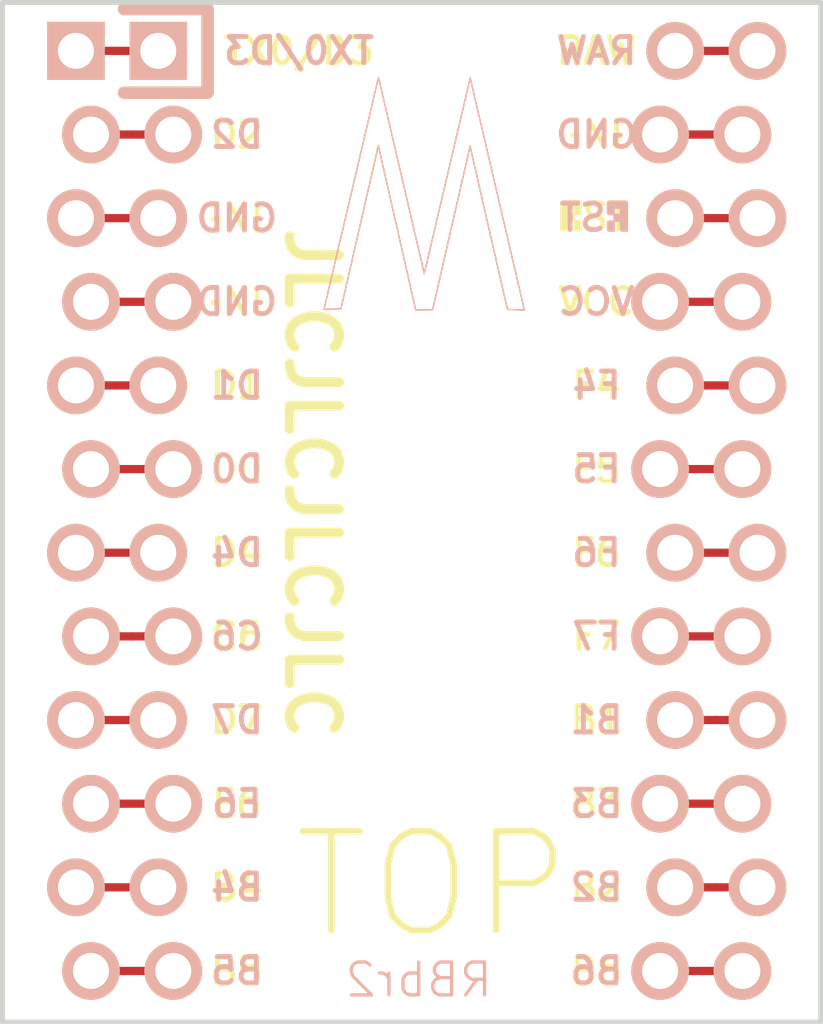
<source format=kicad_pcb>
(kicad_pcb (version 20171130) (host pcbnew 5.1.4+dfsg1-1~bpo10+1)

  (general
    (thickness 1.6)
    (drawings 22)
    (tracks 35)
    (zones 0)
    (modules 2)
    (nets 25)
  )

  (page A4)
  (layers
    (0 F.Cu signal)
    (31 B.Cu signal)
    (32 B.Adhes user)
    (33 F.Adhes user)
    (34 B.Paste user)
    (35 F.Paste user)
    (36 B.SilkS user)
    (37 F.SilkS user)
    (38 B.Mask user)
    (39 F.Mask user)
    (40 Dwgs.User user)
    (41 Cmts.User user)
    (42 Eco1.User user)
    (43 Eco2.User user)
    (44 Edge.Cuts user)
    (45 Margin user)
    (46 B.CrtYd user)
    (47 F.CrtYd user)
    (48 B.Fab user)
    (49 F.Fab user)
  )

  (setup
    (last_trace_width 0.25)
    (trace_clearance 0.2)
    (zone_clearance 0.508)
    (zone_45_only no)
    (trace_min 0.2)
    (via_size 0.8)
    (via_drill 0.4)
    (via_min_size 0.4)
    (via_min_drill 0.3)
    (uvia_size 0.3)
    (uvia_drill 0.1)
    (uvias_allowed no)
    (uvia_min_size 0.2)
    (uvia_min_drill 0.1)
    (edge_width 0.1)
    (segment_width 0.2)
    (pcb_text_width 0.3)
    (pcb_text_size 1.5 1.5)
    (mod_edge_width 0.15)
    (mod_text_size 1 1)
    (mod_text_width 0.15)
    (pad_size 1.524 1.524)
    (pad_drill 0.762)
    (pad_to_mask_clearance 0)
    (aux_axis_origin 0 0)
    (visible_elements 7FFFFFFF)
    (pcbplotparams
      (layerselection 0x010f0_ffffffff)
      (usegerberextensions false)
      (usegerberattributes false)
      (usegerberadvancedattributes false)
      (creategerberjobfile false)
      (excludeedgelayer true)
      (linewidth 0.100000)
      (plotframeref false)
      (viasonmask false)
      (mode 1)
      (useauxorigin false)
      (hpglpennumber 1)
      (hpglpenspeed 20)
      (hpglpendiameter 15.000000)
      (psnegative false)
      (psa4output false)
      (plotreference true)
      (plotvalue true)
      (plotinvisibletext false)
      (padsonsilk false)
      (subtractmaskfromsilk false)
      (outputformat 1)
      (mirror false)
      (drillshape 0)
      (scaleselection 1)
      (outputdirectory "../../gerbers/"))
  )

  (net 0 "")
  (net 1 "Net-(U1-Pad24)")
  (net 2 "Net-(U1-Pad12)")
  (net 3 "Net-(U1-Pad23)")
  (net 4 "Net-(U1-Pad22)")
  (net 5 "Net-(U1-Pad21)")
  (net 6 "Net-(U1-Pad20)")
  (net 7 "Net-(U1-Pad19)")
  (net 8 "Net-(U1-Pad18)")
  (net 9 "Net-(U1-Pad17)")
  (net 10 "Net-(U1-Pad16)")
  (net 11 "Net-(U1-Pad15)")
  (net 12 "Net-(U1-Pad14)")
  (net 13 "Net-(U1-Pad13)")
  (net 14 "Net-(U1-Pad11)")
  (net 15 "Net-(U1-Pad10)")
  (net 16 "Net-(U1-Pad9)")
  (net 17 "Net-(U1-Pad8)")
  (net 18 "Net-(U1-Pad7)")
  (net 19 "Net-(U1-Pad6)")
  (net 20 "Net-(U1-Pad5)")
  (net 21 "Net-(U1-Pad4)")
  (net 22 "Net-(U1-Pad3)")
  (net 23 "Net-(U1-Pad2)")
  (net 24 "Net-(U1-Pad1)")

  (net_class Default "This is the default net class."
    (clearance 0.2)
    (trace_width 0.25)
    (via_dia 0.8)
    (via_drill 0.4)
    (uvia_dia 0.3)
    (uvia_drill 0.1)
    (add_net "Net-(U1-Pad1)")
    (add_net "Net-(U1-Pad10)")
    (add_net "Net-(U1-Pad11)")
    (add_net "Net-(U1-Pad12)")
    (add_net "Net-(U1-Pad13)")
    (add_net "Net-(U1-Pad14)")
    (add_net "Net-(U1-Pad15)")
    (add_net "Net-(U1-Pad16)")
    (add_net "Net-(U1-Pad17)")
    (add_net "Net-(U1-Pad18)")
    (add_net "Net-(U1-Pad19)")
    (add_net "Net-(U1-Pad2)")
    (add_net "Net-(U1-Pad20)")
    (add_net "Net-(U1-Pad21)")
    (add_net "Net-(U1-Pad22)")
    (add_net "Net-(U1-Pad23)")
    (add_net "Net-(U1-Pad24)")
    (add_net "Net-(U1-Pad3)")
    (add_net "Net-(U1-Pad4)")
    (add_net "Net-(U1-Pad5)")
    (add_net "Net-(U1-Pad6)")
    (add_net "Net-(U1-Pad7)")
    (add_net "Net-(U1-Pad8)")
    (add_net "Net-(U1-Pad9)")
  )

  (module Keebio-Parts:ArduinoProMicro-Mini-USB-ZigZag (layer F.Cu) (tedit 5EADCE30) (tstamp 5EADD8E0)
    (at 89.68 68.3 270)
    (path /5E9394F7)
    (fp_text reference U2 (at 0 1.125 90) (layer F.SilkS) hide
      (effects (font (size 1.27 1.524) (thickness 0.2032)))
    )
    (fp_text value ProMicro (at 0 -1 90) (layer F.SilkS) hide
      (effects (font (size 1.27 1.524) (thickness 0.2032)))
    )
    (pad 24 thru_hole circle (at -13.97 -10.3486 270) (size 1.7526 1.7526) (drill 1.0922) (layers *.Cu *.SilkS *.Mask)
      (net 1 "Net-(U1-Pad24)"))
    (pad 12 thru_hole circle (at 13.97 9.8914 270) (size 1.7526 1.7526) (drill 1.0922) (layers *.Cu *.SilkS *.Mask)
      (net 2 "Net-(U1-Pad12)"))
    (pad 23 thru_hole circle (at -11.43 -9.8914 270) (size 1.7526 1.7526) (drill 1.0922) (layers *.Cu *.SilkS *.Mask)
      (net 3 "Net-(U1-Pad23)"))
    (pad 22 thru_hole circle (at -8.89 -10.3486 270) (size 1.7526 1.7526) (drill 1.0922) (layers *.Cu *.SilkS *.Mask)
      (net 4 "Net-(U1-Pad22)"))
    (pad 21 thru_hole circle (at -6.35 -9.8914 270) (size 1.7526 1.7526) (drill 1.0922) (layers *.Cu *.SilkS *.Mask)
      (net 5 "Net-(U1-Pad21)"))
    (pad 20 thru_hole circle (at -3.81 -10.3486 270) (size 1.7526 1.7526) (drill 1.0922) (layers *.Cu *.SilkS *.Mask)
      (net 6 "Net-(U1-Pad20)"))
    (pad 19 thru_hole circle (at -1.27 -9.8914 270) (size 1.7526 1.7526) (drill 1.0922) (layers *.Cu *.SilkS *.Mask)
      (net 7 "Net-(U1-Pad19)"))
    (pad 18 thru_hole circle (at 1.27 -10.3486 270) (size 1.7526 1.7526) (drill 1.0922) (layers *.Cu *.SilkS *.Mask)
      (net 8 "Net-(U1-Pad18)"))
    (pad 17 thru_hole circle (at 3.81 -9.8914 270) (size 1.7526 1.7526) (drill 1.0922) (layers *.Cu *.SilkS *.Mask)
      (net 9 "Net-(U1-Pad17)"))
    (pad 16 thru_hole circle (at 6.35 -10.3486 270) (size 1.7526 1.7526) (drill 1.0922) (layers *.Cu *.SilkS *.Mask)
      (net 10 "Net-(U1-Pad16)"))
    (pad 15 thru_hole circle (at 8.89 -9.8914 270) (size 1.7526 1.7526) (drill 1.0922) (layers *.Cu *.SilkS *.Mask)
      (net 11 "Net-(U1-Pad15)"))
    (pad 14 thru_hole circle (at 11.43 -10.3486 270) (size 1.7526 1.7526) (drill 1.0922) (layers *.Cu *.SilkS *.Mask)
      (net 12 "Net-(U1-Pad14)"))
    (pad 13 thru_hole circle (at 13.97 -9.8914 270) (size 1.7526 1.7526) (drill 1.0922) (layers *.Cu *.SilkS *.Mask)
      (net 13 "Net-(U1-Pad13)"))
    (pad 11 thru_hole circle (at 11.43 10.3486 270) (size 1.7526 1.7526) (drill 1.0922) (layers *.Cu *.SilkS *.Mask)
      (net 14 "Net-(U1-Pad11)"))
    (pad 10 thru_hole circle (at 8.89 9.8914 270) (size 1.7526 1.7526) (drill 1.0922) (layers *.Cu *.SilkS *.Mask)
      (net 15 "Net-(U1-Pad10)"))
    (pad 9 thru_hole circle (at 6.35 10.3486 270) (size 1.7526 1.7526) (drill 1.0922) (layers *.Cu *.SilkS *.Mask)
      (net 16 "Net-(U1-Pad9)"))
    (pad 8 thru_hole circle (at 3.81 9.8914 270) (size 1.7526 1.7526) (drill 1.0922) (layers *.Cu *.SilkS *.Mask)
      (net 17 "Net-(U1-Pad8)"))
    (pad 7 thru_hole circle (at 1.27 10.3486 270) (size 1.7526 1.7526) (drill 1.0922) (layers *.Cu *.SilkS *.Mask)
      (net 18 "Net-(U1-Pad7)"))
    (pad 6 thru_hole circle (at -1.27 9.8914 270) (size 1.7526 1.7526) (drill 1.0922) (layers *.Cu *.SilkS *.Mask)
      (net 19 "Net-(U1-Pad6)"))
    (pad 5 thru_hole circle (at -3.81 10.3486 270) (size 1.7526 1.7526) (drill 1.0922) (layers *.Cu *.SilkS *.Mask)
      (net 20 "Net-(U1-Pad5)"))
    (pad 4 thru_hole circle (at -6.35 9.8914 270) (size 1.7526 1.7526) (drill 1.0922) (layers *.Cu *.SilkS *.Mask)
      (net 21 "Net-(U1-Pad4)"))
    (pad 3 thru_hole circle (at -8.89 10.3486 270) (size 1.7526 1.7526) (drill 1.0922) (layers *.Cu *.SilkS *.Mask)
      (net 22 "Net-(U1-Pad3)"))
    (pad 2 thru_hole circle (at -11.43 9.8914 270) (size 1.7526 1.7526) (drill 1.0922) (layers *.Cu *.SilkS *.Mask)
      (net 23 "Net-(U1-Pad2)"))
    (pad 1 thru_hole rect (at -13.97 10.3486 270) (size 1.7526 1.7526) (drill 1.0922) (layers *.Cu *.SilkS *.Mask)
      (net 24 "Net-(U1-Pad1)"))
  )

  (module Keebio-Parts:ArduinoProMicro-ZigZag (layer F.Cu) (tedit 5EADCDDF) (tstamp 5EAE4D75)
    (at 89.68 68.3 270)
    (path /5E939961)
    (fp_text reference U1 (at 0 1.625 270) (layer F.SilkS) hide
      (effects (font (size 1 1) (thickness 0.2)))
    )
    (fp_text value ProMicro (at 0 0 270) (layer F.SilkS) hide
      (effects (font (size 1 1) (thickness 0.2)))
    )
    (fp_line (start -15.24 6.35) (end -15.24 8.89) (layer F.SilkS) (width 0.381))
    (fp_line (start -15.24 6.35) (end -15.24 8.89) (layer B.SilkS) (width 0.381))
    (fp_poly (pts (xy -9.35097 -5.844635) (xy -9.25097 -5.844635) (xy -9.25097 -6.344635) (xy -9.35097 -6.344635)) (layer B.SilkS) (width 0.15))
    (fp_poly (pts (xy -9.35097 -5.844635) (xy -9.05097 -5.844635) (xy -9.05097 -5.944635) (xy -9.35097 -5.944635)) (layer B.SilkS) (width 0.15))
    (fp_poly (pts (xy -8.75097 -5.844635) (xy -8.55097 -5.844635) (xy -8.55097 -5.944635) (xy -8.75097 -5.944635)) (layer B.SilkS) (width 0.15))
    (fp_poly (pts (xy -9.35097 -6.244635) (xy -8.55097 -6.244635) (xy -8.55097 -6.344635) (xy -9.35097 -6.344635)) (layer B.SilkS) (width 0.15))
    (fp_poly (pts (xy -8.95097 -6.044635) (xy -8.85097 -6.044635) (xy -8.85097 -6.144635) (xy -8.95097 -6.144635)) (layer B.SilkS) (width 0.15))
    (fp_text user ST (at -8.91 -5.04) (layer B.SilkS)
      (effects (font (size 0.8 0.8) (thickness 0.15)) (justify mirror))
    )
    (fp_poly (pts (xy -8.76064 -4.931568) (xy -8.56064 -4.931568) (xy -8.56064 -4.831568) (xy -8.76064 -4.831568)) (layer F.SilkS) (width 0.15))
    (fp_poly (pts (xy -9.36064 -4.531568) (xy -8.56064 -4.531568) (xy -8.56064 -4.431568) (xy -9.36064 -4.431568)) (layer F.SilkS) (width 0.15))
    (fp_poly (pts (xy -9.36064 -4.931568) (xy -9.26064 -4.931568) (xy -9.26064 -4.431568) (xy -9.36064 -4.431568)) (layer F.SilkS) (width 0.15))
    (fp_poly (pts (xy -8.96064 -4.731568) (xy -8.86064 -4.731568) (xy -8.86064 -4.631568) (xy -8.96064 -4.631568)) (layer F.SilkS) (width 0.15))
    (fp_poly (pts (xy -9.36064 -4.931568) (xy -9.06064 -4.931568) (xy -9.06064 -4.831568) (xy -9.36064 -4.831568)) (layer F.SilkS) (width 0.15))
    (fp_line (start -12.7 6.35) (end -12.7 8.89) (layer F.SilkS) (width 0.381))
    (fp_line (start -15.24 6.35) (end -12.7 6.35) (layer F.SilkS) (width 0.381))
    (fp_text user TX0/D3 (at -13.97 3.571872) (layer F.SilkS)
      (effects (font (size 0.8 0.8) (thickness 0.15)))
    )
    (fp_text user TX0/D3 (at -13.97 3.571872) (layer B.SilkS)
      (effects (font (size 0.8 0.8) (thickness 0.15)) (justify mirror))
    )
    (fp_text user D2 (at -11.43 5.461) (layer F.SilkS)
      (effects (font (size 0.8 0.8) (thickness 0.15)))
    )
    (fp_text user D0 (at -1.27 5.461) (layer F.SilkS)
      (effects (font (size 0.8 0.8) (thickness 0.15)))
    )
    (fp_text user D1 (at -3.81 5.461) (layer F.SilkS)
      (effects (font (size 0.8 0.8) (thickness 0.15)))
    )
    (fp_text user GND (at -6.35 5.461) (layer F.SilkS)
      (effects (font (size 0.8 0.8) (thickness 0.15)))
    )
    (fp_text user GND (at -8.89 5.461) (layer F.SilkS)
      (effects (font (size 0.8 0.8) (thickness 0.15)))
    )
    (fp_text user D4 (at 1.27 5.461) (layer F.SilkS)
      (effects (font (size 0.8 0.8) (thickness 0.15)))
    )
    (fp_text user C6 (at 3.81 5.461) (layer F.SilkS)
      (effects (font (size 0.8 0.8) (thickness 0.15)))
    )
    (fp_text user D7 (at 6.35 5.461) (layer F.SilkS)
      (effects (font (size 0.8 0.8) (thickness 0.15)))
    )
    (fp_text user E6 (at 8.89 5.461) (layer F.SilkS)
      (effects (font (size 0.8 0.8) (thickness 0.15)))
    )
    (fp_text user B4 (at 11.43 5.461) (layer F.SilkS)
      (effects (font (size 0.8 0.8) (thickness 0.15)))
    )
    (fp_text user B5 (at 13.97 5.461) (layer F.SilkS)
      (effects (font (size 0.8 0.8) (thickness 0.15)))
    )
    (fp_text user B6 (at 13.97 -5.461) (layer F.SilkS)
      (effects (font (size 0.8 0.8) (thickness 0.15)))
    )
    (fp_text user B2 (at 11.43 -5.461) (layer B.SilkS)
      (effects (font (size 0.8 0.8) (thickness 0.15)) (justify mirror))
    )
    (fp_text user B3 (at 8.89 -5.461) (layer F.SilkS)
      (effects (font (size 0.8 0.8) (thickness 0.15)))
    )
    (fp_text user B1 (at 6.35 -5.461) (layer F.SilkS)
      (effects (font (size 0.8 0.8) (thickness 0.15)))
    )
    (fp_text user F7 (at 3.81 -5.461) (layer B.SilkS)
      (effects (font (size 0.8 0.8) (thickness 0.15)) (justify mirror))
    )
    (fp_text user F6 (at 1.27 -5.461) (layer B.SilkS)
      (effects (font (size 0.8 0.8) (thickness 0.15)) (justify mirror))
    )
    (fp_text user F5 (at -1.27 -5.461) (layer B.SilkS)
      (effects (font (size 0.8 0.8) (thickness 0.15)) (justify mirror))
    )
    (fp_text user F4 (at -3.81 -5.461) (layer F.SilkS)
      (effects (font (size 0.8 0.8) (thickness 0.15)))
    )
    (fp_text user VCC (at -6.35 -5.461) (layer F.SilkS)
      (effects (font (size 0.8 0.8) (thickness 0.15)))
    )
    (fp_text user ST (at -8.92 -5.73312) (layer F.SilkS)
      (effects (font (size 0.8 0.8) (thickness 0.15)))
    )
    (fp_text user GND (at -11.43 -5.461) (layer F.SilkS)
      (effects (font (size 0.8 0.8) (thickness 0.15)))
    )
    (fp_text user RAW (at -13.97 -5.461) (layer F.SilkS)
      (effects (font (size 0.8 0.8) (thickness 0.15)))
    )
    (fp_text user RAW (at -13.97 -5.461) (layer B.SilkS)
      (effects (font (size 0.8 0.8) (thickness 0.15)) (justify mirror))
    )
    (fp_text user GND (at -11.43 -5.461) (layer B.SilkS)
      (effects (font (size 0.8 0.8) (thickness 0.15)) (justify mirror))
    )
    (fp_text user VCC (at -6.35 -5.461) (layer B.SilkS)
      (effects (font (size 0.8 0.8) (thickness 0.15)) (justify mirror))
    )
    (fp_text user F4 (at -3.81 -5.461) (layer B.SilkS)
      (effects (font (size 0.8 0.8) (thickness 0.15)) (justify mirror))
    )
    (fp_text user F5 (at -1.27 -5.461) (layer F.SilkS)
      (effects (font (size 0.8 0.8) (thickness 0.15)))
    )
    (fp_text user F6 (at 1.27 -5.461) (layer F.SilkS)
      (effects (font (size 0.8 0.8) (thickness 0.15)))
    )
    (fp_text user F7 (at 3.81 -5.461) (layer F.SilkS)
      (effects (font (size 0.8 0.8) (thickness 0.15)))
    )
    (fp_text user B1 (at 6.35 -5.461) (layer B.SilkS)
      (effects (font (size 0.8 0.8) (thickness 0.15)) (justify mirror))
    )
    (fp_text user B3 (at 8.89 -5.461) (layer B.SilkS)
      (effects (font (size 0.8 0.8) (thickness 0.15)) (justify mirror))
    )
    (fp_text user B2 (at 11.43 -5.461) (layer F.SilkS)
      (effects (font (size 0.8 0.8) (thickness 0.15)))
    )
    (fp_text user B6 (at 13.97 -5.461) (layer B.SilkS)
      (effects (font (size 0.8 0.8) (thickness 0.15)) (justify mirror))
    )
    (fp_text user B5 (at 13.97 5.461) (layer B.SilkS)
      (effects (font (size 0.8 0.8) (thickness 0.15)) (justify mirror))
    )
    (fp_text user B4 (at 11.43 5.461) (layer B.SilkS)
      (effects (font (size 0.8 0.8) (thickness 0.15)) (justify mirror))
    )
    (fp_text user E6 (at 8.89 5.461) (layer B.SilkS)
      (effects (font (size 0.8 0.8) (thickness 0.15)) (justify mirror))
    )
    (fp_text user D7 (at 6.35 5.461) (layer B.SilkS)
      (effects (font (size 0.8 0.8) (thickness 0.15)) (justify mirror))
    )
    (fp_text user C6 (at 3.81 5.461) (layer B.SilkS)
      (effects (font (size 0.8 0.8) (thickness 0.15)) (justify mirror))
    )
    (fp_text user D4 (at 1.27 5.461) (layer B.SilkS)
      (effects (font (size 0.8 0.8) (thickness 0.15)) (justify mirror))
    )
    (fp_text user GND (at -8.89 5.461) (layer B.SilkS)
      (effects (font (size 0.8 0.8) (thickness 0.15)) (justify mirror))
    )
    (fp_text user GND (at -6.35 5.461) (layer B.SilkS)
      (effects (font (size 0.8 0.8) (thickness 0.15)) (justify mirror))
    )
    (fp_text user D1 (at -3.81 5.461) (layer B.SilkS)
      (effects (font (size 0.8 0.8) (thickness 0.15)) (justify mirror))
    )
    (fp_text user D0 (at -1.27 5.461) (layer B.SilkS)
      (effects (font (size 0.8 0.8) (thickness 0.15)) (justify mirror))
    )
    (fp_text user D2 (at -11.43 5.461) (layer B.SilkS)
      (effects (font (size 0.8 0.8) (thickness 0.15)) (justify mirror))
    )
    (fp_line (start -15.24 6.35) (end -12.7 6.35) (layer B.SilkS) (width 0.381))
    (fp_line (start -12.7 6.35) (end -12.7 8.89) (layer B.SilkS) (width 0.381))
    (pad 24 thru_hole circle (at -13.97 -7.8486 270) (size 1.7526 1.7526) (drill 1.0922) (layers *.Cu *.SilkS *.Mask)
      (net 1 "Net-(U1-Pad24)"))
    (pad 12 thru_hole circle (at 13.97 7.3914 270) (size 1.7526 1.7526) (drill 1.0922) (layers *.Cu *.SilkS *.Mask)
      (net 2 "Net-(U1-Pad12)"))
    (pad 23 thru_hole circle (at -11.43 -7.3914 270) (size 1.7526 1.7526) (drill 1.0922) (layers *.Cu *.SilkS *.Mask)
      (net 3 "Net-(U1-Pad23)"))
    (pad 22 thru_hole circle (at -8.89 -7.8486 270) (size 1.7526 1.7526) (drill 1.0922) (layers *.Cu *.SilkS *.Mask)
      (net 4 "Net-(U1-Pad22)"))
    (pad 21 thru_hole circle (at -6.35 -7.3914 270) (size 1.7526 1.7526) (drill 1.0922) (layers *.Cu *.SilkS *.Mask)
      (net 5 "Net-(U1-Pad21)"))
    (pad 20 thru_hole circle (at -3.81 -7.8486 270) (size 1.7526 1.7526) (drill 1.0922) (layers *.Cu *.SilkS *.Mask)
      (net 6 "Net-(U1-Pad20)"))
    (pad 19 thru_hole circle (at -1.27 -7.3914 270) (size 1.7526 1.7526) (drill 1.0922) (layers *.Cu *.SilkS *.Mask)
      (net 7 "Net-(U1-Pad19)"))
    (pad 18 thru_hole circle (at 1.27 -7.8486 270) (size 1.7526 1.7526) (drill 1.0922) (layers *.Cu *.SilkS *.Mask)
      (net 8 "Net-(U1-Pad18)"))
    (pad 17 thru_hole circle (at 3.81 -7.3914 270) (size 1.7526 1.7526) (drill 1.0922) (layers *.Cu *.SilkS *.Mask)
      (net 9 "Net-(U1-Pad17)"))
    (pad 16 thru_hole circle (at 6.35 -7.8486 270) (size 1.7526 1.7526) (drill 1.0922) (layers *.Cu *.SilkS *.Mask)
      (net 10 "Net-(U1-Pad16)"))
    (pad 15 thru_hole circle (at 8.89 -7.3914 270) (size 1.7526 1.7526) (drill 1.0922) (layers *.Cu *.SilkS *.Mask)
      (net 11 "Net-(U1-Pad15)"))
    (pad 14 thru_hole circle (at 11.43 -7.8486 270) (size 1.7526 1.7526) (drill 1.0922) (layers *.Cu *.SilkS *.Mask)
      (net 12 "Net-(U1-Pad14)"))
    (pad 13 thru_hole circle (at 13.97 -7.3914 270) (size 1.7526 1.7526) (drill 1.0922) (layers *.Cu *.SilkS *.Mask)
      (net 13 "Net-(U1-Pad13)"))
    (pad 11 thru_hole circle (at 11.43 7.8486 270) (size 1.7526 1.7526) (drill 1.0922) (layers *.Cu *.SilkS *.Mask)
      (net 14 "Net-(U1-Pad11)"))
    (pad 10 thru_hole circle (at 8.89 7.3914 270) (size 1.7526 1.7526) (drill 1.0922) (layers *.Cu *.SilkS *.Mask)
      (net 15 "Net-(U1-Pad10)"))
    (pad 9 thru_hole circle (at 6.35 7.8486 270) (size 1.7526 1.7526) (drill 1.0922) (layers *.Cu *.SilkS *.Mask)
      (net 16 "Net-(U1-Pad9)"))
    (pad 8 thru_hole circle (at 3.81 7.3914 270) (size 1.7526 1.7526) (drill 1.0922) (layers *.Cu *.SilkS *.Mask)
      (net 17 "Net-(U1-Pad8)"))
    (pad 7 thru_hole circle (at 1.27 7.8486 270) (size 1.7526 1.7526) (drill 1.0922) (layers *.Cu *.SilkS *.Mask)
      (net 18 "Net-(U1-Pad7)"))
    (pad 6 thru_hole circle (at -1.27 7.3914 270) (size 1.7526 1.7526) (drill 1.0922) (layers *.Cu *.SilkS *.Mask)
      (net 19 "Net-(U1-Pad6)"))
    (pad 5 thru_hole circle (at -3.81 7.8486 270) (size 1.7526 1.7526) (drill 1.0922) (layers *.Cu *.SilkS *.Mask)
      (net 20 "Net-(U1-Pad5)"))
    (pad 4 thru_hole circle (at -6.35 7.3914 270) (size 1.7526 1.7526) (drill 1.0922) (layers *.Cu *.SilkS *.Mask)
      (net 21 "Net-(U1-Pad4)"))
    (pad 3 thru_hole circle (at -8.89 7.8486 270) (size 1.7526 1.7526) (drill 1.0922) (layers *.Cu *.SilkS *.Mask)
      (net 22 "Net-(U1-Pad3)"))
    (pad 2 thru_hole circle (at -11.43 7.3914 270) (size 1.7526 1.7526) (drill 1.0922) (layers *.Cu *.SilkS *.Mask)
      (net 23 "Net-(U1-Pad2)"))
    (pad 1 thru_hole rect (at -13.97 7.8486 270) (size 1.7526 1.7526) (drill 1.0922) (layers *.Cu *.SilkS *.Mask)
      (net 24 "Net-(U1-Pad1)"))
    (model /Users/danny/Documents/proj/custom-keyboard/kicad-libs/3d_models/ArduinoProMicro.wrl
      (offset (xyz -13.96999979019165 -7.619999885559082 -5.841999912261963))
      (scale (xyz 0.395 0.395 0.395))
      (rotate (xyz 90 180 180))
    )
  )

  (gr_text JLCJLCJLCJLC (at 86.5 67.46 270) (layer F.SilkS) (tstamp 5EAF120C)
    (effects (font (size 1.5 1.5) (thickness 0.3)))
  )
  (gr_text TOP (at 90.16 79.65) (layer F.SilkS) (tstamp 5EAE5D93)
    (effects (font (size 3 3) (thickness 0.2)))
  )
  (gr_text RBbr2 (at 89.74 82.54) (layer B.SilkS) (tstamp 5EADD511)
    (effects (font (size 1 1) (thickness 0.1)) (justify mirror))
  )
  (gr_line (start 77.1 52.86) (end 101.95 52.86) (layer Edge.Cuts) (width 0.15) (tstamp 5EAE524E))
  (gr_line (start 77.1 83.82) (end 101.95 83.82) (layer Edge.Cuts) (width 0.15) (tstamp 5EAE5242))
  (gr_line (start 77.1 52.86) (end 77.1 83.82) (layer Edge.Cuts) (width 0.15) (tstamp 5EAE5263))
  (gr_line (start 101.95 52.86) (end 101.95 83.82) (layer Edge.Cuts) (width 0.15) (tstamp 5EAE523C))
  (gr_line (start 78.08 52.86) (end 101.2 52.86) (layer Dwgs.User) (width 0.15) (tstamp 5EAE5184))
  (gr_line (start 78.08 52.86) (end 78.09 83.65) (layer Dwgs.User) (width 0.15) (tstamp 5EAE5181))
  (gr_line (start 101.2 52.86) (end 101.21 83.65) (layer Dwgs.User) (width 0.15) (tstamp 5EADD0BF))
  (gr_line (start 78.09 83.65) (end 101.21 83.65) (layer Dwgs.User) (width 0.15) (tstamp 5EADD0AF))
  (gr_line (start 92.435465 62.179613) (end 92.950906 62.199226) (layer B.SilkS) (width 0.05) (tstamp 5EAE539D))
  (gr_line (start 86.864559 62.179613) (end 87.38 62.16) (layer B.SilkS) (width 0.05) (tstamp 5EAE53A0))
  (gr_line (start 90.163527 62.190132) (end 91.300459 57.22777) (layer B.SilkS) (width 0.05) (tstamp 5EAE53A3))
  (gr_line (start 89.650012 62.199226) (end 90.163527 62.190132) (layer B.SilkS) (width 0.05) (tstamp 5EAE53A6))
  (gr_line (start 91.300459 57.22777) (end 92.435465 62.179613) (layer B.SilkS) (width 0.05) (tstamp 5EAE53A9))
  (gr_line (start 91.305248 55.154467) (end 89.910037 61.092551) (layer B.SilkS) (width 0.05) (tstamp 5EAE53AC))
  (gr_line (start 92.950906 62.199226) (end 91.305248 55.154467) (layer B.SilkS) (width 0.05) (tstamp 5EAE53AF))
  (gr_line (start 88.515006 57.208157) (end 89.650012 62.199226) (layer B.SilkS) (width 0.05) (tstamp 5EAE53B2))
  (gr_line (start 88.519796 55.134854) (end 86.864559 62.179613) (layer B.SilkS) (width 0.05) (tstamp 5EAE53B5))
  (gr_line (start 89.910037 61.092551) (end 88.519796 55.134854) (layer B.SilkS) (width 0.05) (tstamp 5EAE53B8))
  (gr_line (start 87.38 62.16) (end 88.515006 57.208157) (layer B.SilkS) (width 0.05) (tstamp 5EAE53BB))

  (segment (start 97.5286 54.33) (end 100.0286 54.33) (width 0.25) (layer F.Cu) (net 1))
  (segment (start 79.7886 82.27) (end 82.2886 82.27) (width 0.25) (layer F.Cu) (net 2))
  (segment (start 98.332125 56.87) (end 97.0714 56.87) (width 0.25) (layer F.Cu) (net 3))
  (segment (start 99.5714 56.87) (end 98.332125 56.87) (width 0.25) (layer F.Cu) (net 3))
  (segment (start 100.0286 59.41) (end 97.5286 59.41) (width 0.25) (layer F.Cu) (net 4))
  (segment (start 99.5714 61.95) (end 97.0714 61.95) (width 0.25) (layer F.Cu) (net 5))
  (segment (start 97.5286 64.49) (end 100.0286 64.49) (width 0.25) (layer F.Cu) (net 6))
  (segment (start 97.0714 67.03) (end 99.5714 67.03) (width 0.25) (layer F.Cu) (net 7))
  (segment (start 97.5286 69.57) (end 100.0286 69.57) (width 0.25) (layer F.Cu) (net 8))
  (segment (start 97.0714 72.11) (end 99.5714 72.11) (width 0.25) (layer F.Cu) (net 9))
  (segment (start 98.767875 74.65) (end 100.0286 74.65) (width 0.25) (layer F.Cu) (net 10))
  (segment (start 97.5286 74.65) (end 98.767875 74.65) (width 0.25) (layer F.Cu) (net 10))
  (segment (start 97.0714 77.19) (end 99.5714 77.19) (width 0.25) (layer F.Cu) (net 11))
  (segment (start 98.767875 79.73) (end 100.0286 79.73) (width 0.25) (layer F.Cu) (net 12))
  (segment (start 97.5286 79.73) (end 98.767875 79.73) (width 0.25) (layer F.Cu) (net 12))
  (segment (start 98.310675 82.27) (end 99.5714 82.27) (width 0.25) (layer F.Cu) (net 13))
  (segment (start 97.0714 82.27) (end 98.310675 82.27) (width 0.25) (layer F.Cu) (net 13))
  (segment (start 80.570675 79.73) (end 81.8314 79.73) (width 0.25) (layer F.Cu) (net 14))
  (segment (start 79.3314 79.73) (end 80.570675 79.73) (width 0.25) (layer F.Cu) (net 14))
  (segment (start 79.7886 77.19) (end 82.2886 77.19) (width 0.25) (layer F.Cu) (net 15))
  (segment (start 79.3314 74.65) (end 81.8314 74.65) (width 0.25) (layer F.Cu) (net 16))
  (segment (start 81.027875 72.11) (end 82.2886 72.11) (width 0.25) (layer F.Cu) (net 17))
  (segment (start 79.7886 72.11) (end 81.027875 72.11) (width 0.25) (layer F.Cu) (net 17))
  (segment (start 79.3314 69.57) (end 81.8314 69.57) (width 0.25) (layer F.Cu) (net 18))
  (segment (start 81.027875 67.03) (end 82.2886 67.03) (width 0.25) (layer F.Cu) (net 19))
  (segment (start 79.7886 67.03) (end 81.027875 67.03) (width 0.25) (layer F.Cu) (net 19))
  (segment (start 80.570675 64.49) (end 81.8314 64.49) (width 0.25) (layer F.Cu) (net 20))
  (segment (start 79.3314 64.49) (end 80.570675 64.49) (width 0.25) (layer F.Cu) (net 20))
  (segment (start 79.7886 61.95) (end 82.2886 61.95) (width 0.25) (layer F.Cu) (net 21))
  (segment (start 80.570675 59.41) (end 81.8314 59.41) (width 0.25) (layer F.Cu) (net 22))
  (segment (start 79.3314 59.41) (end 80.570675 59.41) (width 0.25) (layer F.Cu) (net 22))
  (segment (start 81.027875 56.87) (end 82.2886 56.87) (width 0.25) (layer F.Cu) (net 23))
  (segment (start 79.7886 56.87) (end 81.027875 56.87) (width 0.25) (layer F.Cu) (net 23))
  (segment (start 80.4577 54.33) (end 81.8314 54.33) (width 0.25) (layer F.Cu) (net 24))
  (segment (start 79.3314 54.33) (end 80.4577 54.33) (width 0.25) (layer F.Cu) (net 24))

)

</source>
